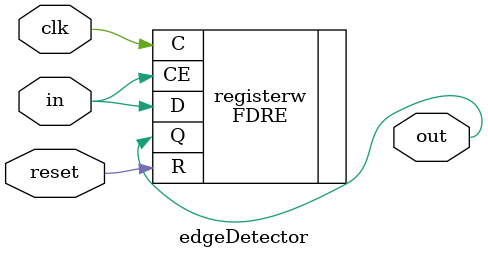
<source format=v>
`timescale 1ns / 1ps

module edgeDetector(
    input in, clk, reset,
    output out
    );
    
    FDRE #(.INIT(1'b0) ) registerw(.C(clk), .R(reset), .CE(in), .D(in), .Q(out));

endmodule

</source>
